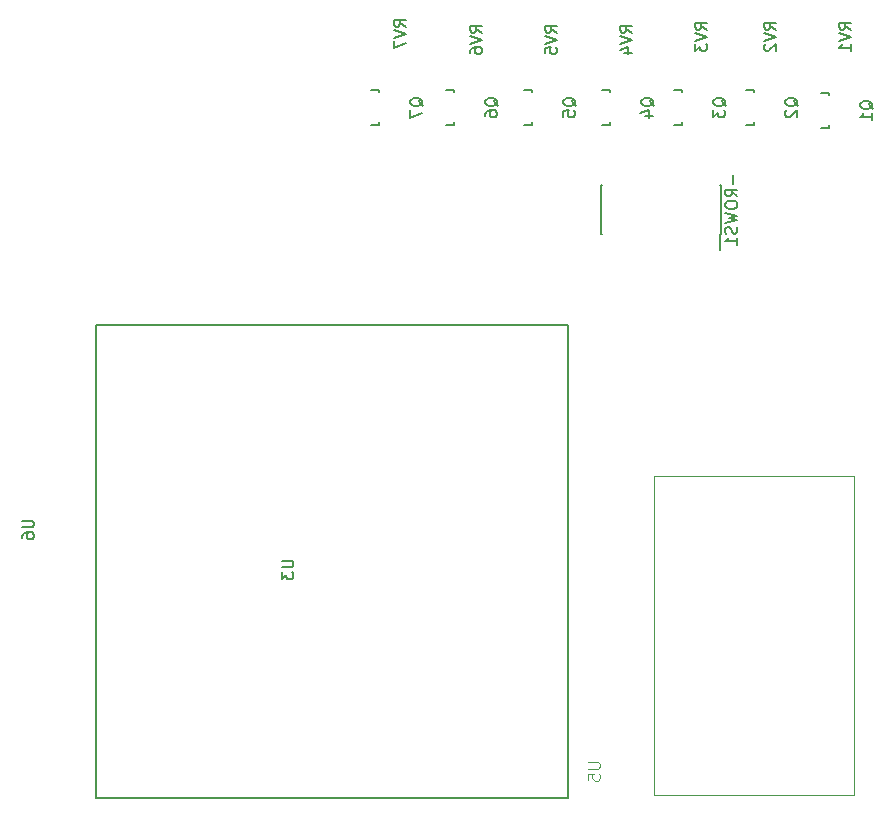
<source format=gbr>
G04 #@! TF.FileFunction,Legend,Bot*
%FSLAX46Y46*%
G04 Gerber Fmt 4.6, Leading zero omitted, Abs format (unit mm)*
G04 Created by KiCad (PCBNEW 4.0.2+dfsg1-stable) date Pi  3. máj 2019, 19:30:47 CEST*
%MOMM*%
G01*
G04 APERTURE LIST*
%ADD10C,0.100000*%
%ADD11C,0.150000*%
G04 APERTURE END LIST*
D10*
D11*
X165811200Y-82017820D02*
X166512240Y-82017820D01*
X166512240Y-82017820D02*
X166512240Y-81768900D01*
X166512240Y-79218840D02*
X166512240Y-79018180D01*
X166512240Y-79018180D02*
X165811200Y-79018180D01*
X171907200Y-82017820D02*
X172608240Y-82017820D01*
X172608240Y-82017820D02*
X172608240Y-81768900D01*
X172608240Y-79218840D02*
X172608240Y-79018180D01*
X172608240Y-79018180D02*
X171907200Y-79018180D01*
X178003200Y-82017820D02*
X178704240Y-82017820D01*
X178704240Y-82017820D02*
X178704240Y-81768900D01*
X178704240Y-79218840D02*
X178704240Y-79018180D01*
X178704240Y-79018180D02*
X178003200Y-79018180D01*
X184353200Y-82271820D02*
X185054240Y-82271820D01*
X185054240Y-82271820D02*
X185054240Y-82022900D01*
X185054240Y-79472840D02*
X185054240Y-79272180D01*
X185054240Y-79272180D02*
X184353200Y-79272180D01*
X146253200Y-82017820D02*
X146954240Y-82017820D01*
X146954240Y-82017820D02*
X146954240Y-81768900D01*
X146954240Y-79218840D02*
X146954240Y-79018180D01*
X146954240Y-79018180D02*
X146253200Y-79018180D01*
X152603200Y-82017820D02*
X153304240Y-82017820D01*
X153304240Y-82017820D02*
X153304240Y-81768900D01*
X153304240Y-79218840D02*
X153304240Y-79018180D01*
X153304240Y-79018180D02*
X152603200Y-79018180D01*
X159207200Y-82017820D02*
X159908240Y-82017820D01*
X159908240Y-82017820D02*
X159908240Y-81768900D01*
X159908240Y-79218840D02*
X159908240Y-79018180D01*
X159908240Y-79018180D02*
X159207200Y-79018180D01*
X175890000Y-91229000D02*
X175785000Y-91229000D01*
X175890000Y-87079000D02*
X175785000Y-87079000D01*
X165740000Y-87079000D02*
X165845000Y-87079000D01*
X165740000Y-91229000D02*
X165845000Y-91229000D01*
X175890000Y-91229000D02*
X175890000Y-87079000D01*
X165740000Y-91229000D02*
X165740000Y-87079000D01*
X175785000Y-91229000D02*
X175785000Y-92604000D01*
X122936000Y-98938000D02*
X162936000Y-98938000D01*
X162936000Y-98938000D02*
X162936000Y-138838000D01*
X162936000Y-138838000D02*
X162936000Y-138938000D01*
X162936000Y-138938000D02*
X122936000Y-138938000D01*
X122936000Y-138938000D02*
X122936000Y-98938000D01*
D10*
X170180000Y-138684000D02*
X170180000Y-111684000D01*
X170180000Y-111684000D02*
X183180000Y-111684000D01*
X183180000Y-111684000D02*
X187180000Y-111684000D01*
X187180000Y-111684000D02*
X187180000Y-138684000D01*
X187180000Y-138684000D02*
X170180000Y-138684000D01*
D11*
X170219619Y-80422762D02*
X170172000Y-80327524D01*
X170076762Y-80232286D01*
X169933905Y-80089429D01*
X169886286Y-79994190D01*
X169886286Y-79898952D01*
X170124381Y-79946571D02*
X170076762Y-79851333D01*
X169981524Y-79756095D01*
X169791048Y-79708476D01*
X169457714Y-79708476D01*
X169267238Y-79756095D01*
X169172000Y-79851333D01*
X169124381Y-79946571D01*
X169124381Y-80137048D01*
X169172000Y-80232286D01*
X169267238Y-80327524D01*
X169457714Y-80375143D01*
X169791048Y-80375143D01*
X169981524Y-80327524D01*
X170076762Y-80232286D01*
X170124381Y-80137048D01*
X170124381Y-79946571D01*
X169457714Y-81232286D02*
X170124381Y-81232286D01*
X169076762Y-80994190D02*
X169791048Y-80756095D01*
X169791048Y-81375143D01*
X176315619Y-80422762D02*
X176268000Y-80327524D01*
X176172762Y-80232286D01*
X176029905Y-80089429D01*
X175982286Y-79994190D01*
X175982286Y-79898952D01*
X176220381Y-79946571D02*
X176172762Y-79851333D01*
X176077524Y-79756095D01*
X175887048Y-79708476D01*
X175553714Y-79708476D01*
X175363238Y-79756095D01*
X175268000Y-79851333D01*
X175220381Y-79946571D01*
X175220381Y-80137048D01*
X175268000Y-80232286D01*
X175363238Y-80327524D01*
X175553714Y-80375143D01*
X175887048Y-80375143D01*
X176077524Y-80327524D01*
X176172762Y-80232286D01*
X176220381Y-80137048D01*
X176220381Y-79946571D01*
X175220381Y-80708476D02*
X175220381Y-81327524D01*
X175601333Y-80994190D01*
X175601333Y-81137048D01*
X175648952Y-81232286D01*
X175696571Y-81279905D01*
X175791810Y-81327524D01*
X176029905Y-81327524D01*
X176125143Y-81279905D01*
X176172762Y-81232286D01*
X176220381Y-81137048D01*
X176220381Y-80851333D01*
X176172762Y-80756095D01*
X176125143Y-80708476D01*
X182411619Y-80422762D02*
X182364000Y-80327524D01*
X182268762Y-80232286D01*
X182125905Y-80089429D01*
X182078286Y-79994190D01*
X182078286Y-79898952D01*
X182316381Y-79946571D02*
X182268762Y-79851333D01*
X182173524Y-79756095D01*
X181983048Y-79708476D01*
X181649714Y-79708476D01*
X181459238Y-79756095D01*
X181364000Y-79851333D01*
X181316381Y-79946571D01*
X181316381Y-80137048D01*
X181364000Y-80232286D01*
X181459238Y-80327524D01*
X181649714Y-80375143D01*
X181983048Y-80375143D01*
X182173524Y-80327524D01*
X182268762Y-80232286D01*
X182316381Y-80137048D01*
X182316381Y-79946571D01*
X181411619Y-80756095D02*
X181364000Y-80803714D01*
X181316381Y-80898952D01*
X181316381Y-81137048D01*
X181364000Y-81232286D01*
X181411619Y-81279905D01*
X181506857Y-81327524D01*
X181602095Y-81327524D01*
X181744952Y-81279905D01*
X182316381Y-80708476D01*
X182316381Y-81327524D01*
X188761619Y-80676762D02*
X188714000Y-80581524D01*
X188618762Y-80486286D01*
X188475905Y-80343429D01*
X188428286Y-80248190D01*
X188428286Y-80152952D01*
X188666381Y-80200571D02*
X188618762Y-80105333D01*
X188523524Y-80010095D01*
X188333048Y-79962476D01*
X187999714Y-79962476D01*
X187809238Y-80010095D01*
X187714000Y-80105333D01*
X187666381Y-80200571D01*
X187666381Y-80391048D01*
X187714000Y-80486286D01*
X187809238Y-80581524D01*
X187999714Y-80629143D01*
X188333048Y-80629143D01*
X188523524Y-80581524D01*
X188618762Y-80486286D01*
X188666381Y-80391048D01*
X188666381Y-80200571D01*
X188666381Y-81581524D02*
X188666381Y-81010095D01*
X188666381Y-81295809D02*
X187666381Y-81295809D01*
X187809238Y-81200571D01*
X187904476Y-81105333D01*
X187952095Y-81010095D01*
X150661619Y-80422762D02*
X150614000Y-80327524D01*
X150518762Y-80232286D01*
X150375905Y-80089429D01*
X150328286Y-79994190D01*
X150328286Y-79898952D01*
X150566381Y-79946571D02*
X150518762Y-79851333D01*
X150423524Y-79756095D01*
X150233048Y-79708476D01*
X149899714Y-79708476D01*
X149709238Y-79756095D01*
X149614000Y-79851333D01*
X149566381Y-79946571D01*
X149566381Y-80137048D01*
X149614000Y-80232286D01*
X149709238Y-80327524D01*
X149899714Y-80375143D01*
X150233048Y-80375143D01*
X150423524Y-80327524D01*
X150518762Y-80232286D01*
X150566381Y-80137048D01*
X150566381Y-79946571D01*
X149566381Y-80708476D02*
X149566381Y-81375143D01*
X150566381Y-80946571D01*
X157011619Y-80422762D02*
X156964000Y-80327524D01*
X156868762Y-80232286D01*
X156725905Y-80089429D01*
X156678286Y-79994190D01*
X156678286Y-79898952D01*
X156916381Y-79946571D02*
X156868762Y-79851333D01*
X156773524Y-79756095D01*
X156583048Y-79708476D01*
X156249714Y-79708476D01*
X156059238Y-79756095D01*
X155964000Y-79851333D01*
X155916381Y-79946571D01*
X155916381Y-80137048D01*
X155964000Y-80232286D01*
X156059238Y-80327524D01*
X156249714Y-80375143D01*
X156583048Y-80375143D01*
X156773524Y-80327524D01*
X156868762Y-80232286D01*
X156916381Y-80137048D01*
X156916381Y-79946571D01*
X155916381Y-81232286D02*
X155916381Y-81041809D01*
X155964000Y-80946571D01*
X156011619Y-80898952D01*
X156154476Y-80803714D01*
X156344952Y-80756095D01*
X156725905Y-80756095D01*
X156821143Y-80803714D01*
X156868762Y-80851333D01*
X156916381Y-80946571D01*
X156916381Y-81137048D01*
X156868762Y-81232286D01*
X156821143Y-81279905D01*
X156725905Y-81327524D01*
X156487810Y-81327524D01*
X156392571Y-81279905D01*
X156344952Y-81232286D01*
X156297333Y-81137048D01*
X156297333Y-80946571D01*
X156344952Y-80851333D01*
X156392571Y-80803714D01*
X156487810Y-80756095D01*
X163615619Y-80422762D02*
X163568000Y-80327524D01*
X163472762Y-80232286D01*
X163329905Y-80089429D01*
X163282286Y-79994190D01*
X163282286Y-79898952D01*
X163520381Y-79946571D02*
X163472762Y-79851333D01*
X163377524Y-79756095D01*
X163187048Y-79708476D01*
X162853714Y-79708476D01*
X162663238Y-79756095D01*
X162568000Y-79851333D01*
X162520381Y-79946571D01*
X162520381Y-80137048D01*
X162568000Y-80232286D01*
X162663238Y-80327524D01*
X162853714Y-80375143D01*
X163187048Y-80375143D01*
X163377524Y-80327524D01*
X163472762Y-80232286D01*
X163520381Y-80137048D01*
X163520381Y-79946571D01*
X162520381Y-81279905D02*
X162520381Y-80803714D01*
X162996571Y-80756095D01*
X162948952Y-80803714D01*
X162901333Y-80898952D01*
X162901333Y-81137048D01*
X162948952Y-81232286D01*
X162996571Y-81279905D01*
X163091810Y-81327524D01*
X163329905Y-81327524D01*
X163425143Y-81279905D01*
X163472762Y-81232286D01*
X163520381Y-81137048D01*
X163520381Y-80898952D01*
X163472762Y-80803714D01*
X163425143Y-80756095D01*
X116730381Y-115486095D02*
X117539905Y-115486095D01*
X117635143Y-115533714D01*
X117682762Y-115581333D01*
X117730381Y-115676571D01*
X117730381Y-115867048D01*
X117682762Y-115962286D01*
X117635143Y-116009905D01*
X117539905Y-116057524D01*
X116730381Y-116057524D01*
X116730381Y-116962286D02*
X116730381Y-116771809D01*
X116778000Y-116676571D01*
X116825619Y-116628952D01*
X116968476Y-116533714D01*
X117158952Y-116486095D01*
X117539905Y-116486095D01*
X117635143Y-116533714D01*
X117682762Y-116581333D01*
X117730381Y-116676571D01*
X117730381Y-116867048D01*
X117682762Y-116962286D01*
X117635143Y-117009905D01*
X117539905Y-117057524D01*
X117301810Y-117057524D01*
X117206571Y-117009905D01*
X117158952Y-116962286D01*
X117111333Y-116867048D01*
X117111333Y-116676571D01*
X117158952Y-116581333D01*
X117206571Y-116533714D01*
X117301810Y-116486095D01*
X176886429Y-86225429D02*
X176886429Y-86987334D01*
X177267381Y-88034953D02*
X176791190Y-87701619D01*
X177267381Y-87463524D02*
X176267381Y-87463524D01*
X176267381Y-87844477D01*
X176315000Y-87939715D01*
X176362619Y-87987334D01*
X176457857Y-88034953D01*
X176600714Y-88034953D01*
X176695952Y-87987334D01*
X176743571Y-87939715D01*
X176791190Y-87844477D01*
X176791190Y-87463524D01*
X176267381Y-88654000D02*
X176267381Y-88844477D01*
X176315000Y-88939715D01*
X176410238Y-89034953D01*
X176600714Y-89082572D01*
X176934048Y-89082572D01*
X177124524Y-89034953D01*
X177219762Y-88939715D01*
X177267381Y-88844477D01*
X177267381Y-88654000D01*
X177219762Y-88558762D01*
X177124524Y-88463524D01*
X176934048Y-88415905D01*
X176600714Y-88415905D01*
X176410238Y-88463524D01*
X176315000Y-88558762D01*
X176267381Y-88654000D01*
X176267381Y-89415905D02*
X177267381Y-89654000D01*
X176553095Y-89844477D01*
X177267381Y-90034953D01*
X176267381Y-90273048D01*
X177219762Y-90606381D02*
X177267381Y-90749238D01*
X177267381Y-90987334D01*
X177219762Y-91082572D01*
X177172143Y-91130191D01*
X177076905Y-91177810D01*
X176981667Y-91177810D01*
X176886429Y-91130191D01*
X176838810Y-91082572D01*
X176791190Y-90987334D01*
X176743571Y-90796857D01*
X176695952Y-90701619D01*
X176648333Y-90654000D01*
X176553095Y-90606381D01*
X176457857Y-90606381D01*
X176362619Y-90654000D01*
X176315000Y-90701619D01*
X176267381Y-90796857D01*
X176267381Y-91034953D01*
X176315000Y-91177810D01*
X177267381Y-92130191D02*
X177267381Y-91558762D01*
X177267381Y-91844476D02*
X176267381Y-91844476D01*
X176410238Y-91749238D01*
X176505476Y-91654000D01*
X176553095Y-91558762D01*
X186902381Y-73904762D02*
X186426190Y-73571428D01*
X186902381Y-73333333D02*
X185902381Y-73333333D01*
X185902381Y-73714286D01*
X185950000Y-73809524D01*
X185997619Y-73857143D01*
X186092857Y-73904762D01*
X186235714Y-73904762D01*
X186330952Y-73857143D01*
X186378571Y-73809524D01*
X186426190Y-73714286D01*
X186426190Y-73333333D01*
X185902381Y-74190476D02*
X186902381Y-74523809D01*
X185902381Y-74857143D01*
X186902381Y-75714286D02*
X186902381Y-75142857D01*
X186902381Y-75428571D02*
X185902381Y-75428571D01*
X186045238Y-75333333D01*
X186140476Y-75238095D01*
X186188095Y-75142857D01*
X180552381Y-73904762D02*
X180076190Y-73571428D01*
X180552381Y-73333333D02*
X179552381Y-73333333D01*
X179552381Y-73714286D01*
X179600000Y-73809524D01*
X179647619Y-73857143D01*
X179742857Y-73904762D01*
X179885714Y-73904762D01*
X179980952Y-73857143D01*
X180028571Y-73809524D01*
X180076190Y-73714286D01*
X180076190Y-73333333D01*
X179552381Y-74190476D02*
X180552381Y-74523809D01*
X179552381Y-74857143D01*
X179647619Y-75142857D02*
X179600000Y-75190476D01*
X179552381Y-75285714D01*
X179552381Y-75523810D01*
X179600000Y-75619048D01*
X179647619Y-75666667D01*
X179742857Y-75714286D01*
X179838095Y-75714286D01*
X179980952Y-75666667D01*
X180552381Y-75095238D01*
X180552381Y-75714286D01*
X174710381Y-73904762D02*
X174234190Y-73571428D01*
X174710381Y-73333333D02*
X173710381Y-73333333D01*
X173710381Y-73714286D01*
X173758000Y-73809524D01*
X173805619Y-73857143D01*
X173900857Y-73904762D01*
X174043714Y-73904762D01*
X174138952Y-73857143D01*
X174186571Y-73809524D01*
X174234190Y-73714286D01*
X174234190Y-73333333D01*
X173710381Y-74190476D02*
X174710381Y-74523809D01*
X173710381Y-74857143D01*
X173710381Y-75095238D02*
X173710381Y-75714286D01*
X174091333Y-75380952D01*
X174091333Y-75523810D01*
X174138952Y-75619048D01*
X174186571Y-75666667D01*
X174281810Y-75714286D01*
X174519905Y-75714286D01*
X174615143Y-75666667D01*
X174662762Y-75619048D01*
X174710381Y-75523810D01*
X174710381Y-75238095D01*
X174662762Y-75142857D01*
X174615143Y-75095238D01*
X168360381Y-74158762D02*
X167884190Y-73825428D01*
X168360381Y-73587333D02*
X167360381Y-73587333D01*
X167360381Y-73968286D01*
X167408000Y-74063524D01*
X167455619Y-74111143D01*
X167550857Y-74158762D01*
X167693714Y-74158762D01*
X167788952Y-74111143D01*
X167836571Y-74063524D01*
X167884190Y-73968286D01*
X167884190Y-73587333D01*
X167360381Y-74444476D02*
X168360381Y-74777809D01*
X167360381Y-75111143D01*
X167693714Y-75873048D02*
X168360381Y-75873048D01*
X167312762Y-75634952D02*
X168027048Y-75396857D01*
X168027048Y-76015905D01*
X162010381Y-74158762D02*
X161534190Y-73825428D01*
X162010381Y-73587333D02*
X161010381Y-73587333D01*
X161010381Y-73968286D01*
X161058000Y-74063524D01*
X161105619Y-74111143D01*
X161200857Y-74158762D01*
X161343714Y-74158762D01*
X161438952Y-74111143D01*
X161486571Y-74063524D01*
X161534190Y-73968286D01*
X161534190Y-73587333D01*
X161010381Y-74444476D02*
X162010381Y-74777809D01*
X161010381Y-75111143D01*
X161010381Y-75920667D02*
X161010381Y-75444476D01*
X161486571Y-75396857D01*
X161438952Y-75444476D01*
X161391333Y-75539714D01*
X161391333Y-75777810D01*
X161438952Y-75873048D01*
X161486571Y-75920667D01*
X161581810Y-75968286D01*
X161819905Y-75968286D01*
X161915143Y-75920667D01*
X161962762Y-75873048D01*
X162010381Y-75777810D01*
X162010381Y-75539714D01*
X161962762Y-75444476D01*
X161915143Y-75396857D01*
X155660381Y-74158762D02*
X155184190Y-73825428D01*
X155660381Y-73587333D02*
X154660381Y-73587333D01*
X154660381Y-73968286D01*
X154708000Y-74063524D01*
X154755619Y-74111143D01*
X154850857Y-74158762D01*
X154993714Y-74158762D01*
X155088952Y-74111143D01*
X155136571Y-74063524D01*
X155184190Y-73968286D01*
X155184190Y-73587333D01*
X154660381Y-74444476D02*
X155660381Y-74777809D01*
X154660381Y-75111143D01*
X154660381Y-75873048D02*
X154660381Y-75682571D01*
X154708000Y-75587333D01*
X154755619Y-75539714D01*
X154898476Y-75444476D01*
X155088952Y-75396857D01*
X155469905Y-75396857D01*
X155565143Y-75444476D01*
X155612762Y-75492095D01*
X155660381Y-75587333D01*
X155660381Y-75777810D01*
X155612762Y-75873048D01*
X155565143Y-75920667D01*
X155469905Y-75968286D01*
X155231810Y-75968286D01*
X155136571Y-75920667D01*
X155088952Y-75873048D01*
X155041333Y-75777810D01*
X155041333Y-75587333D01*
X155088952Y-75492095D01*
X155136571Y-75444476D01*
X155231810Y-75396857D01*
X149183381Y-73650762D02*
X148707190Y-73317428D01*
X149183381Y-73079333D02*
X148183381Y-73079333D01*
X148183381Y-73460286D01*
X148231000Y-73555524D01*
X148278619Y-73603143D01*
X148373857Y-73650762D01*
X148516714Y-73650762D01*
X148611952Y-73603143D01*
X148659571Y-73555524D01*
X148707190Y-73460286D01*
X148707190Y-73079333D01*
X148183381Y-73936476D02*
X149183381Y-74269809D01*
X148183381Y-74603143D01*
X148183381Y-74841238D02*
X148183381Y-75507905D01*
X149183381Y-75079333D01*
X138688381Y-118876095D02*
X139497905Y-118876095D01*
X139593143Y-118923714D01*
X139640762Y-118971333D01*
X139688381Y-119066571D01*
X139688381Y-119257048D01*
X139640762Y-119352286D01*
X139593143Y-119399905D01*
X139497905Y-119447524D01*
X138688381Y-119447524D01*
X138688381Y-119828476D02*
X138688381Y-120447524D01*
X139069333Y-120114190D01*
X139069333Y-120257048D01*
X139116952Y-120352286D01*
X139164571Y-120399905D01*
X139259810Y-120447524D01*
X139497905Y-120447524D01*
X139593143Y-120399905D01*
X139640762Y-120352286D01*
X139688381Y-120257048D01*
X139688381Y-119971333D01*
X139640762Y-119876095D01*
X139593143Y-119828476D01*
D10*
X164632381Y-135922095D02*
X165441905Y-135922095D01*
X165537143Y-135969714D01*
X165584762Y-136017333D01*
X165632381Y-136112571D01*
X165632381Y-136303048D01*
X165584762Y-136398286D01*
X165537143Y-136445905D01*
X165441905Y-136493524D01*
X164632381Y-136493524D01*
X164632381Y-137445905D02*
X164632381Y-136969714D01*
X165108571Y-136922095D01*
X165060952Y-136969714D01*
X165013333Y-137064952D01*
X165013333Y-137303048D01*
X165060952Y-137398286D01*
X165108571Y-137445905D01*
X165203810Y-137493524D01*
X165441905Y-137493524D01*
X165537143Y-137445905D01*
X165584762Y-137398286D01*
X165632381Y-137303048D01*
X165632381Y-137064952D01*
X165584762Y-136969714D01*
X165537143Y-136922095D01*
M02*

</source>
